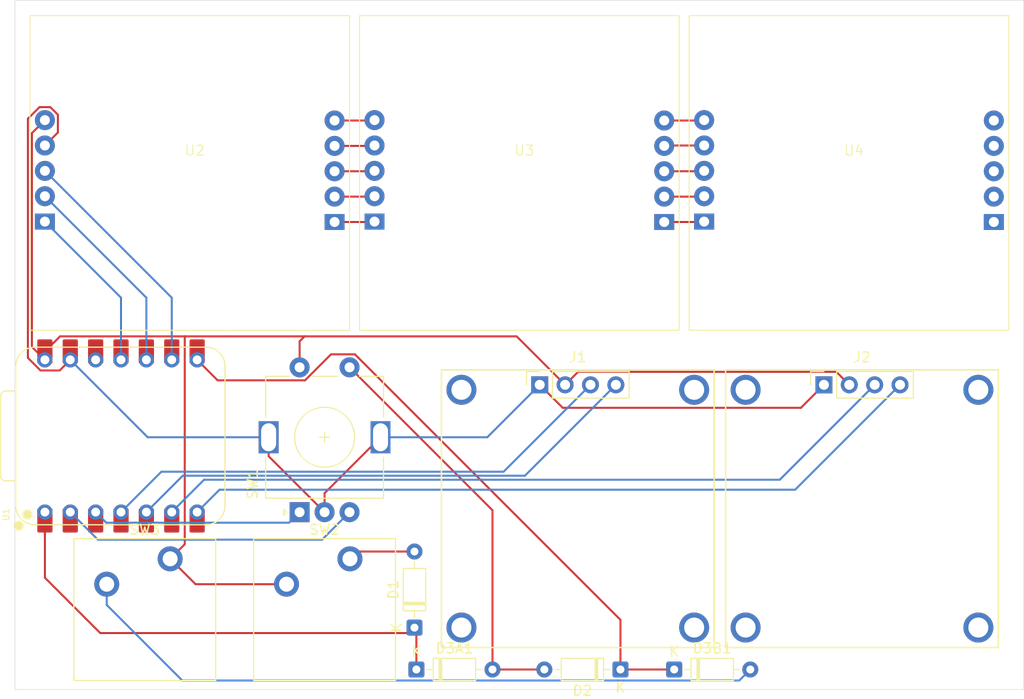
<source format=kicad_pcb>
(kicad_pcb (version 20241229) (generator "pcbnew") (generator_version "9.0")
  (layers (0 "F.Cu" signal) (2 "B.Cu" signal) (13 "F.Paste" user) (15 "B.Paste" user) (5 "F.SilkS" user "F.Silkscreen") (7 "B.SilkS" user "B.Silkscreen") (1 "F.Mask" user) (3 "B.Mask" user) (25 "Edge.Cuts" user))
  (net 0 "")
  (net 1 "GND")
  (net 3 "+5V")
  (net 4 "Net-(D1-A)")
  (net 5 "Net-(D3B1-A)")
  (net 6 "MTRX-1")
  (net 7 "Net-(U2-DOUT)")
  (net 8 "MTRX-2")
  (net 9 "Net-(U3-DOUT)")
  (net 10 "Net-(U2-CLK-Pad9)")
  (net 11 "Net-(U2-CS-Pad10)")
  (net 12 "Net-(U2-VCC-Pad7)")
  (net 13 "Net-(U2-GND-Pad6)")
  (net 17 "SDA-2")
  (net 18 "SCL-2")
  (net 19 "SDA-1")
  (net 20 "SCL-1")
  (net 21 "RE-B")
  (net 22 "SW-1")
  (net 23 "RE-A")
  (net 24 "LED-CS")
  (net 25 "LED-CLK")
  (net 26 "LED-DIN")
  (net 29 "Net-(U3-VCC-Pad7)")
  (net 30 "Net-(U3-CLK-Pad9)")
  (net 31 "Net-(U3-CS-Pad10)")
  (net 32 "Net-(U3-GND-Pad6)")
  (footprint "Rotary_Encoder:RotaryEncoder_Alps_EC11E-Switch_Vertical_H20mm" (layer "F.Cu") (at 128.5 131.25 90)
    (property "Reference" "SW1" (at 2.8 -4.7 90) (layer "F.SilkS"))
    (property "Value" "RotaryEncoder_Switch_MP")
    (fp_line (start 13.6 -3.4) (end 13.6 -1) (stroke (width 0.12)) (layer "F.SilkS"))
    (fp_line (start 9.5 -3.4) (end 13.6 -3.4) (stroke (width 0.12)) (layer "F.SilkS"))
    (fp_line (start 5.5 -3.4) (end 1.4 -3.4) (stroke (width 0.12)) (layer "F.SilkS"))
    (fp_line (start 1.4 -3.4) (end 1.4 8.4) (stroke (width 0.12)) (layer "F.SilkS"))
    (fp_line (start 0.3 -1.6) (end 0 -1.3) (stroke (width 0.12)) (layer "F.SilkS"))
    (fp_line (start -0.3 -1.6) (end 0.3 -1.6) (stroke (width 0.12)) (layer "F.SilkS"))
    (fp_line (start 0 -1.3) (end -0.3 -1.6) (stroke (width 0.12)) (layer "F.SilkS"))
    (fp_line (start 13.6 1.2) (end 13.6 3.8) (stroke (width 0.12)) (layer "F.SilkS"))
    (fp_line (start 7.5 2) (end 7.5 3) (stroke (width 0.12)) (layer "F.SilkS"))
    (fp_line (start 7 2.5) (end 8 2.5) (stroke (width 0.12)) (layer "F.SilkS"))
    (fp_line (start 13.6 6) (end 13.6 8.4) (stroke (width 0.12)) (layer "F.SilkS"))
    (fp_line (start 13.6 8.4) (end 9.5 8.4) (stroke (width 0.12)) (layer "F.SilkS"))
    (fp_line (start 5.5 8.4) (end 1.4 8.4) (stroke (width 0.12)) (layer "F.SilkS"))
    (fp_circle (center 7.5 2.5) (end 10.5 2.5) (stroke (width 0.12)) (fill no) (layer "F.SilkS"))
    (pad "A" thru_hole rect (at 0 0 90) (size 2 2) (drill 1) (layers "*.Cu" "*.Mask") (net 23 "RE-A"))
    (pad "B" thru_hole circle (at 0 5 90) (size 2 2) (drill 1) (layers "*.Cu" "*.Mask") (net 21 "RE-B"))
    (pad "C" thru_hole circle (at 0 2.5 90) (size 2 2) (drill 1) (layers "*.Cu" "*.Mask") (net 1 "GND"))
    (pad "MP" thru_hole rect (at 7.5 -3.1 90) (size 3.2 2) (drill oval 2.8 1.5) (layers "*.Cu" "*.Mask") (net 1 "GND"))
    (pad "MP" thru_hole rect (at 7.5 8.1 90) (size 3.2 2) (drill oval 2.8 1.5) (layers "*.Cu" "*.Mask") (net 1 "GND"))
    (pad "S1" thru_hole circle (at 14.5 5 90) (size 2 2) (drill 1) (layers "*.Cu" "*.Mask") (net 22 "SW-1"))
    (pad "S2" thru_hole circle (at 14.5 0 90) (size 2 2) (drill 1) (layers "*.Cu" "*.Mask") (net 3 "+5V"))
  )
  (footprint "LED_THT:8x8 LED Dot Matrix Display Module" (layer "F.Cu") (at 118 97.04)
    (property "Reference" "U2" (at 0 -2 0) (layer "F.SilkS") (effects (font (thickness 0.1))))
    (property "Value" "1088BS 8x8 LED Dot Matrix")
    (fp_rect (start -16.5 -15.5) (end 15.5 16) (stroke (width 0.1)) (fill no) (layer "F.SilkS"))
    (pad "1" thru_hole circle (at -15 -2.5) (size 2 2) (drill 1) (layers "*.Cu" "*.Mask") (net 1 "GND"))
    (pad "2" thru_hole circle (at -15 -5.04) (size 2 2) (drill 1) (layers "*.Cu" "*.Mask") (net 3 "+5V"))
    (pad "3" thru_hole circle (at -15 0.04) (size 2 2) (drill 1) (layers "*.Cu" "*.Mask") (net 26 "LED-DIN"))
    (pad "4" thru_hole rect (at -15 5.12) (size 2 1.6) (drill 1) (layers "*.Cu" "*.Mask") (net 25 "LED-CLK"))
    (pad "5" thru_hole circle (at -15 2.58) (size 2 2) (drill 1) (layers "*.Cu" "*.Mask") (net 24 "LED-CS"))
    (pad "6" thru_hole circle (at 14 -2.46) (size 2 2) (drill 1) (layers "*.Cu" "*.Mask") (net 13 "Net-(U2-GND-Pad6)"))
    (pad "7" thru_hole circle (at 14 -5) (size 2 2) (drill 1) (layers "*.Cu" "*.Mask") (net 12 "Net-(U2-VCC-Pad7)"))
    (pad "8" thru_hole circle (at 14 0.08) (size 2 2) (drill 1) (layers "*.Cu" "*.Mask") (net 7 "Net-(U2-DOUT)"))
    (pad "9" thru_hole rect (at 14 5.16) (size 2 1.6) (drill 1) (layers "*.Cu" "*.Mask") (net 10 "Net-(U2-CLK-Pad9)"))
    (pad "10" thru_hole circle (at 14 2.62) (size 2 2) (drill 1) (layers "*.Cu" "*.Mask") (net 11 "Net-(U2-CS-Pad10)"))
  )
  (footprint "Diode_THT:D_DO-35_SOD27_P7.62mm_Horizontal" (layer "F.Cu") (at 140 142.81 90)
    (property "Reference" "D1" (at 3.81 -2.12 90) (layer "F.SilkS"))
    (property "Value" "D")
    (fp_line (start 2.53 -1.12) (end 2.53 1.12) (stroke (width 0.12)) (layer "F.SilkS"))
    (fp_line (start 2.41 -1.12) (end 2.41 1.12) (stroke (width 0.12)) (layer "F.SilkS"))
    (fp_line (start 2.29 -1.12) (end 2.29 1.12) (stroke (width 0.12)) (layer "F.SilkS"))
    (fp_line (start 6.58 0) (end 5.93 0) (stroke (width 0.12)) (layer "F.SilkS"))
    (fp_line (start 1.04 0) (end 1.69 0) (stroke (width 0.12)) (layer "F.SilkS"))
    (fp_rect (start 1.69 -1.12) (end 5.93 1.12) (stroke (width 0.12)) (fill no) (layer "F.SilkS"))
    (fp_text user "K" (at 0 -1.8 90) (layer "F.SilkS"))
    (pad "1" thru_hole roundrect (at 0 0 90) (size 1.6 1.6) (drill 0.8) (layers "*.Cu" "*.Mask") (roundrect_rratio 0.15625) (net 6 "MTRX-1"))
    (pad "2" thru_hole circle (at 7.62 0 90) (size 1.6 1.6) (drill 0.8) (layers "*.Cu" "*.Mask") (net 4 "Net-(D1-A)"))
  )
  (footprint "Diode_THT:D_DO-35_SOD27_P7.62mm_Horizontal" (layer "F.Cu") (at 160.62 147 180)
    (property "Reference" "D2" (at 3.81 -2.12 0) (layer "F.SilkS"))
    (property "Value" "D")
    (fp_line (start 6.58 0) (end 5.93 0) (stroke (width 0.12)) (layer "F.SilkS"))
    (fp_line (start 2.53 -1.12) (end 2.53 1.12) (stroke (width 0.12)) (layer "F.SilkS"))
    (fp_line (start 2.41 -1.12) (end 2.41 1.12) (stroke (width 0.12)) (layer "F.SilkS"))
    (fp_line (start 2.29 -1.12) (end 2.29 1.12) (stroke (width 0.12)) (layer "F.SilkS"))
    (fp_line (start 1.04 0) (end 1.69 0) (stroke (width 0.12)) (layer "F.SilkS"))
    (fp_rect (start 1.69 -1.12) (end 5.93 1.12) (stroke (width 0.12)) (fill no) (layer "F.SilkS"))
    (fp_text user "K" (at 0 -1.8 0) (layer "F.SilkS"))
    (pad "1" thru_hole roundrect (at 0 0 180) (size 1.6 1.6) (drill 0.8) (layers "*.Cu" "*.Mask") (roundrect_rratio 0.15625) (net 8 "MTRX-2"))
    (pad "2" thru_hole circle (at 7.62 0 180) (size 1.6 1.6) (drill 0.8) (layers "*.Cu" "*.Mask") (net 22 "SW-1"))
  )
  (footprint "PCM_Switch_Keyboard_Cherry_MX:SW_Cherry_MX_PCB" (layer "F.Cu") (at 131 141)
    (property "Reference" "SW2" (at 0 -8 0) (layer "F.SilkS"))
    (property "Value" "SW_Push")
    (fp_line (start -7.1 -7.1) (end -7.1 7.1) (stroke (width 0.12)) (layer "F.SilkS"))
    (fp_line (start -7.1 7.1) (end 7.1 7.1) (stroke (width 0.12)) (layer "F.SilkS"))
    (fp_line (start 7.1 -7.1) (end -7.1 -7.1) (stroke (width 0.12)) (layer "F.SilkS"))
    (fp_line (start 7.1 7.1) (end 7.1 -7.1) (stroke (width 0.12)) (layer "F.SilkS"))
    (pad "" np_thru_hole circle (at -5.08 0) (size 1.75 1.75) (drill 1.75) (layers "*.Cu" "*.Mask"))
    (pad "" np_thru_hole circle (at 0 0) (size 4 4) (drill 4) (layers "*.Cu" "*.Mask"))
    (pad "" np_thru_hole circle (at 5.08 0) (size 1.75 1.75) (drill 1.75) (layers "*.Cu" "*.Mask"))
    (pad "1" thru_hole circle (at -3.81 -2.54) (size 2.5 2.5) (drill 1.5) (layers "*.Cu" "*.Mask") (net 3 "+5V"))
    (pad "2" thru_hole circle (at 2.54 -5.08) (size 2.5 2.5) (drill 1.5) (layers "*.Cu" "*.Mask") (net 4 "Net-(D1-A)"))
  )
  (footprint "Diode_THT:D_DO-35_SOD27_P7.62mm_Horizontal" (layer "F.Cu") (at 140.19 147)
    (property "Reference" "D3A1" (at 3.81 -2.12 0) (layer "F.SilkS"))
    (property "Value" "D")
    (fp_line (start 1.04 0) (end 1.69 0) (stroke (width 0.12)) (layer "F.SilkS"))
    (fp_line (start 2.29 -1.12) (end 2.29 1.12) (stroke (width 0.12)) (layer "F.SilkS"))
    (fp_line (start 2.41 -1.12) (end 2.41 1.12) (stroke (width 0.12)) (layer "F.SilkS"))
    (fp_line (start 2.53 -1.12) (end 2.53 1.12) (stroke (width 0.12)) (layer "F.SilkS"))
    (fp_line (start 6.58 0) (end 5.93 0) (stroke (width 0.12)) (layer "F.SilkS"))
    (fp_rect (start 1.69 -1.12) (end 5.93 1.12) (stroke (width 0.12)) (fill no) (layer "F.SilkS"))
    (fp_text user "K" (at 0 -1.8 0) (layer "F.SilkS"))
    (pad "1" thru_hole roundrect (at 0 0) (size 1.6 1.6) (drill 0.8) (layers "*.Cu" "*.Mask") (roundrect_rratio 0.15625) (net 6 "MTRX-1"))
    (pad "2" thru_hole circle (at 7.62 0) (size 1.6 1.6) (drill 0.8) (layers "*.Cu" "*.Mask") (net 22 "SW-1"))
  )
  (footprint "LED_THT:8x8 LED Dot Matrix Display Module" (layer "F.Cu") (at 184 97.04)
    (property "Reference" "U4" (at 0 -2 0) (layer "F.SilkS") (effects (font (thickness 0.1))))
    (property "Value" "1088BS 8x8 LED Dot Matrix")
    (fp_rect (start -16.5 -15.5) (end 15.5 16) (stroke (width 0.1)) (fill no) (layer "F.SilkS"))
    (pad "1" thru_hole circle (at -15 -2.5) (size 2 2) (drill 1) (layers "*.Cu" "*.Mask") (net 32 "Net-(U3-GND-Pad6)"))
    (pad "2" thru_hole circle (at -15 -5.04) (size 2 2) (drill 1) (layers "*.Cu" "*.Mask") (net 29 "Net-(U3-VCC-Pad7)"))
    (pad "3" thru_hole circle (at -15 0.04) (size 2 2) (drill 1) (layers "*.Cu" "*.Mask") (net 9 "Net-(U3-DOUT)"))
    (pad "4" thru_hole rect (at -15 5.12) (size 2 1.6) (drill 1) (layers "*.Cu" "*.Mask") (net 30 "Net-(U3-CLK-Pad9)"))
    (pad "5" thru_hole circle (at -15 2.58) (size 2 2) (drill 1) (layers "*.Cu" "*.Mask") (net 31 "Net-(U3-CS-Pad10)"))
    (pad "6" thru_hole circle (at 14 -2.46) (size 2 2) (drill 1) (layers "*.Cu" "*.Mask"))
    (pad "7" thru_hole circle (at 14 -5) (size 2 2) (drill 1) (layers "*.Cu" "*.Mask"))
    (pad "8" thru_hole circle (at 14 0.08) (size 2 2) (drill 1) (layers "*.Cu" "*.Mask"))
    (pad "9" thru_hole rect (at 14 5.16) (size 2 1.6) (drill 1) (layers "*.Cu" "*.Mask"))
    (pad "10" thru_hole circle (at 14 2.62) (size 2 2) (drill 1) (layers "*.Cu" "*.Mask"))
  )
  (footprint "PCM_Switch_Keyboard_Cherry_MX:SW_Cherry_MX_PCB" (layer "F.Cu") (at 113 141)
    (property "Reference" "SW3" (at 0 -8 0) (layer "F.SilkS"))
    (property "Value" "SW_Push")
    (fp_line (start -7.1 -7.1) (end -7.1 7.1) (stroke (width 0.12)) (layer "F.SilkS"))
    (fp_line (start -7.1 7.1) (end 7.1 7.1) (stroke (width 0.12)) (layer "F.SilkS"))
    (fp_line (start 7.1 -7.1) (end -7.1 -7.1) (stroke (width 0.12)) (layer "F.SilkS"))
    (fp_line (start 7.1 7.1) (end 7.1 -7.1) (stroke (width 0.12)) (layer "F.SilkS"))
    (pad "" np_thru_hole circle (at -5.08 0) (size 1.75 1.75) (drill 1.75) (layers "*.Cu" "*.Mask"))
    (pad "" np_thru_hole circle (at 0 0) (size 4 4) (drill 4) (layers "*.Cu" "*.Mask"))
    (pad "" np_thru_hole circle (at 5.08 0) (size 1.75 1.75) (drill 1.75) (layers "*.Cu" "*.Mask"))
    (pad "1" thru_hole circle (at -3.81 -2.54) (size 2.5 2.5) (drill 1.5) (layers "*.Cu" "*.Mask") (net 5 "Net-(D3B1-A)"))
    (pad "2" thru_hole circle (at 2.54 -5.08) (size 2.5 2.5) (drill 1.5) (layers "*.Cu" "*.Mask") (net 3 "+5V"))
  )
  (footprint "Display:OLED_SSD1306_I2C_0.96" (layer "F.Cu") (at 152.54 118.5)
    (property "Reference" "J1" (at 3.81 -2.77 0) (layer "F.SilkS"))
    (property "Value" "Display")
    (fp_line (start -9.84 -1.5) (end -9.84 26.3) (stroke (width 0.15)) (layer "F.SilkS"))
    (fp_line (start -9.84 -1.5) (end 17.46 -1.5) (stroke (width 0.15)) (layer "F.SilkS"))
    (fp_line (start -9.84 26.3) (end 17.46 26.3) (stroke (width 0.15)) (layer "F.SilkS"))
    (fp_line (start -1.33 -1.33) (end 0 -1.33) (stroke (width 0.12)) (layer "F.SilkS"))
    (fp_line (start -1.33 0) (end -1.33 -1.33) (stroke (width 0.12)) (layer "F.SilkS"))
    (fp_line (start 1.27 -1.33) (end 8.95 -1.33) (stroke (width 0.12)) (layer "F.SilkS"))
    (fp_line (start 1.27 1.33) (end 1.27 -1.33) (stroke (width 0.12)) (layer "F.SilkS"))
    (fp_line (start 1.27 1.33) (end 8.95 1.33) (stroke (width 0.12)) (layer "F.SilkS"))
    (fp_line (start 8.95 1.33) (end 8.95 -1.33) (stroke (width 0.12)) (layer "F.SilkS"))
    (fp_line (start 17.46 -1.5) (end 17.46 26.3) (stroke (width 0.15)) (layer "F.SilkS"))
    (pad "" np_thru_hole circle (at -7.84 0.5) (size 3 3) (drill 2) (layers "*.Cu" "*.Mask"))
    (pad "" np_thru_hole circle (at -7.84 24.3) (size 3 3) (drill 2) (layers "*.Cu" "*.Mask"))
    (pad "" np_thru_hole circle (at 15.46 0.5) (size 3 3) (drill 2) (layers "*.Cu" "*.Mask"))
    (pad "" np_thru_hole circle (at 15.46 24.3) (size 3 3) (drill 2) (layers "*.Cu" "*.Mask"))
    (pad "1" thru_hole rect (at 0 0 90) (size 1.7 1.7) (drill 1) (layers "*.Cu" "*.Mask") (net 1 "GND"))
    (pad "2" thru_hole oval (at 2.54 0 90) (size 1.7 1.7) (drill 1) (layers "*.Cu" "*.Mask") (net 3 "+5V"))
    (pad "3" thru_hole oval (at 5.08 0 90) (size 1.7 1.7) (drill 1) (layers "*.Cu" "*.Mask") (net 20 "SCL-1"))
    (pad "4" thru_hole oval (at 7.62 0 90) (size 1.7 1.7) (drill 1) (layers "*.Cu" "*.Mask") (net 19 "SDA-1"))
  )
  (footprint "Diode_THT:D_DO-35_SOD27_P7.62mm_Horizontal" (layer "F.Cu") (at 166 147)
    (property "Reference" "D3B1" (at 3.81 -2.12 0) (layer "F.SilkS"))
    (property "Value" "D")
    (fp_line (start 1.04 0) (end 1.69 0) (stroke (width 0.12)) (layer "F.SilkS"))
    (fp_line (start 2.29 -1.12) (end 2.29 1.12) (stroke (width 0.12)) (layer "F.SilkS"))
    (fp_line (start 2.41 -1.12) (end 2.41 1.12) (stroke (width 0.12)) (layer "F.SilkS"))
    (fp_line (start 2.53 -1.12) (end 2.53 1.12) (stroke (width 0.12)) (layer "F.SilkS"))
    (fp_line (start 6.58 0) (end 5.93 0) (stroke (width 0.12)) (layer "F.SilkS"))
    (fp_rect (start 1.69 -1.12) (end 5.93 1.12) (stroke (width 0.12)) (fill no) (layer "F.SilkS"))
    (fp_text user "K" (at 0 -1.8 0) (layer "F.SilkS"))
    (pad "1" thru_hole roundrect (at 0 0) (size 1.6 1.6) (drill 0.8) (layers "*.Cu" "*.Mask") (roundrect_rratio 0.15625) (net 8 "MTRX-2"))
    (pad "2" thru_hole circle (at 7.62 0) (size 1.6 1.6) (drill 0.8) (layers "*.Cu" "*.Mask") (net 5 "Net-(D3B1-A)"))
  )
  (footprint "LED_THT:8x8 LED Dot Matrix Display Module" (layer "F.Cu") (at 151 97.04)
    (property "Reference" "U3" (at 0 -2 0) (layer "F.SilkS") (effects (font (thickness 0.1))))
    (property "Value" "1088BS 8x8 LED Dot Matrix")
    (fp_rect (start -16.5 -15.5) (end 15.5 16) (stroke (width 0.1)) (fill no) (layer "F.SilkS"))
    (pad "1" thru_hole circle (at -15 -2.5) (size 2 2) (drill 1) (layers "*.Cu" "*.Mask") (net 13 "Net-(U2-GND-Pad6)"))
    (pad "2" thru_hole circle (at -15 -5.04) (size 2 2) (drill 1) (layers "*.Cu" "*.Mask") (net 12 "Net-(U2-VCC-Pad7)"))
    (pad "3" thru_hole circle (at -15 0.04) (size 2 2) (drill 1) (layers "*.Cu" "*.Mask") (net 7 "Net-(U2-DOUT)"))
    (pad "4" thru_hole rect (at -15 5.12) (size 2 1.6) (drill 1) (layers "*.Cu" "*.Mask") (net 10 "Net-(U2-CLK-Pad9)"))
    (pad "5" thru_hole circle (at -15 2.58) (size 2 2) (drill 1) (layers "*.Cu" "*.Mask") (net 11 "Net-(U2-CS-Pad10)"))
    (pad "6" thru_hole circle (at 14 -2.46) (size 2 2) (drill 1) (layers "*.Cu" "*.Mask") (net 32 "Net-(U3-GND-Pad6)"))
    (pad "7" thru_hole circle (at 14 -5) (size 2 2) (drill 1) (layers "*.Cu" "*.Mask") (net 29 "Net-(U3-VCC-Pad7)"))
    (pad "8" thru_hole circle (at 14 0.08) (size 2 2) (drill 1) (layers "*.Cu" "*.Mask") (net 9 "Net-(U3-DOUT)"))
    (pad "9" thru_hole rect (at 14 5.16) (size 2 1.6) (drill 1) (layers "*.Cu" "*.Mask") (net 30 "Net-(U3-CLK-Pad9)"))
    (pad "10" thru_hole circle (at 14 2.62) (size 2 2) (drill 1) (layers "*.Cu" "*.Mask") (net 31 "Net-(U3-CS-Pad10)"))
  )
  (footprint "Display:OLED_SSD1306_I2C_0.96" (layer "F.Cu") (at 180.99 118.5)
    (property "Reference" "J2" (at 3.81 -2.77 0) (layer "F.SilkS"))
    (property "Value" "Dsiplay")
    (fp_line (start -9.84 -1.5) (end -9.84 26.3) (stroke (width 0.15)) (layer "F.SilkS"))
    (fp_line (start -9.84 -1.5) (end 17.46 -1.5) (stroke (width 0.15)) (layer "F.SilkS"))
    (fp_line (start -9.84 26.3) (end 17.46 26.3) (stroke (width 0.15)) (layer "F.SilkS"))
    (fp_line (start -1.33 -1.33) (end 0 -1.33) (stroke (width 0.12)) (layer "F.SilkS"))
    (fp_line (start -1.33 0) (end -1.33 -1.33) (stroke (width 0.12)) (layer "F.SilkS"))
    (fp_line (start 1.27 -1.33) (end 8.95 -1.33) (stroke (width 0.12)) (layer "F.SilkS"))
    (fp_line (start 1.27 1.33) (end 1.27 -1.33) (stroke (width 0.12)) (layer "F.SilkS"))
    (fp_line (start 1.27 1.33) (end 8.95 1.33) (stroke (width 0.12)) (layer "F.SilkS"))
    (fp_line (start 8.95 1.33) (end 8.95 -1.33) (stroke (width 0.12)) (layer "F.SilkS"))
    (fp_line (start 17.46 -1.5) (end 17.46 26.3) (stroke (width 0.15)) (layer "F.SilkS"))
    (pad "" np_thru_hole circle (at -7.84 0.5) (size 3 3) (drill 2) (layers "*.Cu" "*.Mask"))
    (pad "" np_thru_hole circle (at -7.84 24.3) (size 3 3) (drill 2) (layers "*.Cu" "*.Mask"))
    (pad "" np_thru_hole circle (at 15.46 0.5) (size 3 3) (drill 2) (layers "*.Cu" "*.Mask"))
    (pad "" np_thru_hole circle (at 15.46 24.3) (size 3 3) (drill 2) (layers "*.Cu" "*.Mask"))
    (pad "1" thru_hole rect (at 0 0 90) (size 1.7 1.7) (drill 1) (layers "*.Cu" "*.Mask") (net 1 "GND"))
    (pad "2" thru_hole oval (at 2.54 0 90) (size 1.7 1.7) (drill 1) (layers "*.Cu" "*.Mask") (net 3 "+5V"))
    (pad "3" thru_hole oval (at 5.08 0 90) (size 1.7 1.7) (drill 1) (layers "*.Cu" "*.Mask") (net 18 "SCL-2"))
    (pad "4" thru_hole oval (at 7.62 0 90) (size 1.7 1.7) (drill 1) (layers "*.Cu" "*.Mask") (net 17 "SDA-2"))
  )
  (footprint "Seeed Studio XIAO Series Library:XIAO-ESP32C3-DIP" (layer "F.Cu") (at 110.62 123.5 90)
    (property "Reference" "U1" (at -8 -11.5 90) (layer "F.SilkS") (effects (font (size 0.635 0.635) (thickness 0.1016))))
    (property "Value" "XIAO-ESP32-C3-DIP")
    (fp_line (start -4.111272 -12.051) (end 3.884 -12.051) (stroke (width 0.127)) (layer "F.SilkS"))
    (fp_line (start 4.384 -11.551) (end 4.384 -10.541) (stroke (width 0.127)) (layer "F.SilkS"))
    (fp_line (start 6.865 -10.541) (end -7.105 -10.541) (stroke (width 0.1)) (layer "F.SilkS"))
    (fp_line (start 6.865 -10.541) (end -7.105 -10.541) (stroke (width 0.127)) (layer "F.SilkS"))
    (fp_line (start -4.615 -10.541) (end -4.611272 -11.551272) (stroke (width 0.127)) (layer "F.SilkS"))
    (fp_line (start 8.77 8.509) (end 8.77 -8.636) (stroke (width 0.127)) (layer "F.SilkS"))
    (fp_line (start -9.01 8.509) (end -9.01 -8.636) (stroke (width 0.127)) (layer "F.SilkS"))
    (fp_line (start -7.105 10.414) (end 6.865 10.414) (stroke (width 0.127)) (layer "F.SilkS"))
    (fp_arc (start 3.884 -12.051) (mid 4.237553 -11.904553) (end 4.384 -11.551) (stroke (width 0.127)) (layer "F.SilkS"))
    (fp_arc (start -4.611272 -11.551272) (mid -4.464728 -11.90464) (end -4.111272 -12.051) (stroke (width 0.127)) (layer "F.SilkS"))
    (fp_arc (start 6.865 -10.541) (mid 8.212038 -9.983038) (end 8.77 -8.636) (stroke (width 0.127)) (layer "F.SilkS"))
    (fp_arc (start -9.01 -8.636) (mid -8.452038 -9.983038) (end -7.105 -10.541) (stroke (width 0.127)) (layer "F.SilkS"))
    (fp_arc (start 8.77 8.509) (mid 8.212038 9.856038) (end 6.865 10.414) (stroke (width 0.127)) (layer "F.SilkS"))
    (fp_arc (start -7.105 10.414) (mid -8.452038 9.856038) (end -9.01 8.509) (stroke (width 0.127)) (layer "F.SilkS"))
    (fp_circle (center -9.12 -10.25) (end -9.12 -10.504) (stroke (width 0.5)) (fill yes) (layer "F.SilkS"))
    (fp_circle (center -7.977 -9.37) (end -7.977 -9.624) (stroke (width 0.5)) (fill yes) (layer "F.SilkS"))
    (pad "1" smd roundrect (at -8.575 -7.62 270) (size 2.432 1.524) (layers "F.Cu" "F.Mask") (roundrect_rratio 0.1) (net 6 "MTRX-1"))
    (pad "1" thru_hole circle (at -7.74 -7.62 270) (size 1.524 1.524) (drill 0.889) (layers "*.Cu" "*.Mask") (net 6 "MTRX-1"))
    (pad "2" smd roundrect (at -8.575 -5.08 270) (size 2.432 1.524) (layers "F.Cu" "F.Mask") (roundrect_rratio 0.1) (net 21 "RE-B"))
    (pad "2" thru_hole circle (at -7.74 -5.08 270) (size 1.524 1.524) (drill 0.889) (layers "*.Cu" "*.Mask") (net 21 "RE-B"))
    (pad "3" smd roundrect (at -8.575 -2.54 270) (size 2.432 1.524) (layers "F.Cu" "F.Mask") (roundrect_rratio 0.1) (net 23 "RE-A"))
    (pad "3" thru_hole circle (at -7.74 -2.54 270) (size 1.524 1.524) (drill 0.889) (layers "*.Cu" "*.Mask") (net 23 "RE-A"))
    (pad "4" smd roundrect (at -8.575 0 270) (size 2.432 1.524) (layers "F.Cu" "F.Mask") (roundrect_rratio 0.1) (net 20 "SCL-1"))
    (pad "4" thru_hole circle (at -7.74 0 270) (size 1.524 1.524) (drill 0.889) (layers "*.Cu" "*.Mask") (net 20 "SCL-1"))
    (pad "5" smd roundrect (at -8.575 2.54 270) (size 2.432 1.524) (layers "F.Cu" "F.Mask") (roundrect_rratio 0.1) (net 19 "SDA-1"))
    (pad "5" thru_hole circle (at -7.74 2.54 270) (size 1.524 1.524) (drill 0.889) (layers "*.Cu" "*.Mask") (net 19 "SDA-1"))
    (pad "6" smd roundrect (at -8.575 5.08 270) (size 2.432 1.524) (layers "F.Cu" "F.Mask") (roundrect_rratio 0.1) (net 18 "SCL-2"))
    (pad "6" thru_hole circle (at -7.74 5.08 270) (size 1.524 1.524) (drill 0.889) (layers "*.Cu" "*.Mask") (net 18 "SCL-2"))
    (pad "7" smd roundrect (at -8.575 7.62 270) (size 2.432 1.524) (layers "F.Cu" "F.Mask") (roundrect_rratio 0.1) (net 17 "SDA-2"))
    (pad "7" thru_hole circle (at -7.74 7.62 270) (size 1.524 1.524) (drill 0.889) (layers "*.Cu" "*.Mask") (net 17 "SDA-2"))
    (pad "8" thru_hole circle (at 7.5 7.62 90) (size 1.524 1.524) (drill 0.889) (layers "*.Cu" "*.Mask") (net 8 "MTRX-2"))
    (pad "8" smd roundrect (at 8.335 7.62 90) (size 2.432 1.524) (layers "F.Cu" "F.Mask") (roundrect_rratio 0.1) (net 8 "MTRX-2"))
    (pad "9" thru_hole circle (at 7.5 5.08 90) (size 1.524 1.524) (drill 0.889) (layers "*.Cu" "*.Mask") (net 26 "LED-DIN"))
    (pad "9" smd roundrect (at 8.335 5.08 90) (size 2.432 1.524) (layers "F.Cu" "F.Mask") (roundrect_rratio 0.1) (net 26 "LED-DIN"))
    (pad "10" thru_hole circle (at 7.5 2.54 90) (size 1.524 1.524) (drill 0.889) (layers "*.Cu" "*.Mask") (net 24 "LED-CS"))
    (pad "10" smd roundrect (at 8.335 2.54 90) (size 2.432 1.524) (layers "F.Cu" "F.Mask") (roundrect_rratio 0.1) (net 24 "LED-CS"))
    (pad "11" thru_hole circle (at 7.5 0 90) (size 1.524 1.524) (drill 0.889) (layers "*.Cu" "*.Mask") (net 25 "LED-CLK"))
    (pad "11" smd roundrect (at 8.335 0 90) (size 2.432 1.524) (layers "F.Cu" "F.Mask") (roundrect_rratio 0.1) (net 25 "LED-CLK"))
    (pad "12" thru_hole circle (at 7.5 -2.54 90) (size 1.524 1.524) (drill 0.889) (layers "*.Cu" "*.Mask"))
    (pad "12" smd roundrect (at 8.335 -2.54 90) (size 2.432 1.524) (layers "F.Cu" "F.Mask") (roundrect_rratio 0.1))
    (pad "13" thru_hole circle (at 7.5 -5.08 90) (size 1.524 1.524) (drill 0.889) (layers "*.Cu" "*.Mask") (net 1 "GND"))
    (pad "13" smd roundrect (at 8.335 -5.08 90) (size 2.432 1.524) (layers "F.Cu" "F.Mask") (roundrect_rratio 0.1) (net 1 "GND"))
    (pad "14" thru_hole circle (at 7.5 -7.62 90) (size 1.524 1.524) (drill 0.889) (layers "*.Cu" "*.Mask") (net 3 "+5V"))
    (pad "14" smd roundrect (at 8.335 -7.62 90) (size 2.432 1.524) (layers "F.Cu" "F.Mask") (roundrect_rratio 0.1) (net 3 "+5V"))
  )
  (gr_rect (start 100 80) (end 201 149) (stroke (width 0.05)) (fill no) (layer "Edge.Cuts"))
  (segment (start 104.301 91.461108) (end 103.538892 90.699) (width 0.2) (layer "F.Cu") (net 1))
  (segment (start 178.689 120.801) (end 180.99 118.5) (width 0.2) (layer "F.Cu") (net 1))
  (segment (start 131 131.25) (end 131 129.35) (width 0.2) (layer "F.Cu") (net 1))
  (segment (start 103.538892 90.699) (end 102.461108 90.699) (width 0.2) (layer "F.Cu") (net 1))
  (segment (start 103 94.54) (end 104.301 93.239) (width 0.2) (layer "F.Cu") (net 1))
  (segment (start 152.54 118.5) (end 154.841 120.801) (width 0.2) (layer "F.Cu") (net 1))
  (segment (start 104.477 117.063) (end 105.54 116) (width 0.2) (layer "F.Cu") (net 1))
  (segment (start 131 129.35) (end 136.6 123.75) (width 0.2) (layer "F.Cu") (net 1))
  (segment (start 101.298 91.862108) (end 101.298 115.80131) (width 0.2) (layer "F.Cu") (net 1))
  (segment (start 101.298 115.80131) (end 102.55969 117.063) (width 0.2) (layer "F.Cu") (net 1))
  (segment (start 102.461108 90.699) (end 101.298 91.862108) (width 0.2) (layer "F.Cu") (net 1))
  (segment (start 104.301 93.239) (end 104.301 91.461108) (width 0.2) (layer "F.Cu") (net 1))
  (segment (start 131 131.25) (end 125.4 125.65) (width 0.2) (layer "F.Cu") (net 1))
  (segment (start 102.55969 117.063) (end 104.477 117.063) (width 0.2) (layer "F.Cu") (net 1))
  (segment (start 154.841 120.801) (end 178.689 120.801) (width 0.2) (layer "F.Cu") (net 1))
  (segment (start 125.4 125.65) (end 125.4 123.75) (width 0.2) (layer "F.Cu") (net 1))
  (segment (start 113.29 123.75) (end 105.54 116) (width 0.2) (layer "B.Cu") (net 1))
  (segment (start 125.4 123.75) (end 113.29 123.75) (width 0.2) (layer "B.Cu") (net 1))
  (segment (start 147.29 123.75) (end 136.6 123.75) (width 0.2) (layer "B.Cu") (net 1))
  (segment (start 152.54 118.5) (end 147.29 123.75) (width 0.2) (layer "B.Cu") (net 1))
  (segment (start 117 134.46) (end 117 113.648) (width 0.2) (layer "F.Cu") (net 3))
  (segment (start 129 113.648) (end 121 113.648) (width 0.2) (layer "F.Cu") (net 3))
  (segment (start 150.228 113.648) (end 129 113.648) (width 0.2) (layer "F.Cu") (net 3))
  (segment (start 156.381 117.199) (end 182.229 117.199) (width 0.2) (layer "F.Cu") (net 3))
  (segment (start 115.54 135.92) (end 117 134.46) (width 0.2) (layer "F.Cu") (net 3))
  (segment (start 155.08 118.5) (end 150.228 113.648) (width 0.2) (layer "F.Cu") (net 3))
  (segment (start 101.699 93.301) (end 103 92) (width 0.2) (layer "F.Cu") (net 3))
  (segment (start 117 113.648) (end 104.517 113.648) (width 0.2) (layer "F.Cu") (net 3))
  (segment (start 101.699 114.699) (end 101.699 93.301) (width 0.2) (layer "F.Cu") (net 3))
  (segment (start 127.19 138.46) (end 118.08 138.46) (width 0.2) (layer "F.Cu") (net 3))
  (segment (start 121 113.648) (end 117 113.648) (width 0.2) (layer "F.Cu") (net 3))
  (segment (start 114.755184 135.92) (end 115.54 135.92) (width 0.2) (layer "F.Cu") (net 3))
  (segment (start 103 116) (end 101.699 114.699) (width 0.2) (layer "F.Cu") (net 3))
  (segment (start 128.5 114.148) (end 129 113.648) (width 0.2) (layer "F.Cu") (net 3))
  (segment (start 104.517 113.648) (end 103 115.165) (width 0.2) (layer "F.Cu") (net 3))
  (segment (start 118.08 138.46) (end 115.54 135.92) (width 0.2) (layer "F.Cu") (net 3))
  (segment (start 128.5 116.75) (end 128.5 114.148) (width 0.2) (layer "F.Cu") (net 3))
  (segment (start 182.229 117.199) (end 183.53 118.5) (width 0.2) (layer "F.Cu") (net 3))
  (segment (start 155.08 118.5) (end 156.381 117.199) (width 0.2) (layer "F.Cu") (net 3))
  (segment (start 134.27 135.19) (end 133.54 135.92) (width 0.2) (layer "F.Cu") (net 4))
  (segment (start 140 135.19) (end 134.27 135.19) (width 0.2) (layer "F.Cu") (net 4))
  (segment (start 109.19 140.536174) (end 109.19 138.46) (width 0.2) (layer "B.Cu") (net 5))
  (segment (start 116.754826 148.101) (end 109.19 140.536174) (width 0.2) (layer "B.Cu") (net 5))
  (segment (start 172.519 148.101) (end 116.754826 148.101) (width 0.2) (layer "B.Cu") (net 5))
  (segment (start 173.62 147) (end 172.519 148.101) (width 0.2) (layer "B.Cu") (net 5))
  (segment (start 139.459 143.351) (end 140 142.81) (width 0.2) (layer "F.Cu") (net 6))
  (segment (start 140.19 147) (end 140.19 143) (width 0.2) (layer "F.Cu") (net 6))
  (segment (start 103 137.813826) (end 108.537174 143.351) (width 0.2) (layer "F.Cu") (net 6))
  (segment (start 108.537174 143.351) (end 139.459 143.351) (width 0.2) (layer "F.Cu") (net 6))
  (segment (start 103 131.24) (end 103 137.813826) (width 0.2) (layer "F.Cu") (net 6))
  (segment (start 140.19 143) (end 140 142.81) (width 0.2) (layer "F.Cu") (net 6))
  (segment (start 135.96 97.12) (end 136 97.08) (width 0.2) (layer "F.Cu") (net 7))
  (segment (start 132 97.12) (end 135.96 97.12) (width 0.2) (layer "F.Cu") (net 7))
  (segment (start 166 147) (end 160.62 147) (width 0.2) (layer "F.Cu") (net 8))
  (segment (start 160.62 142.030108) (end 134.038892 115.449) (width 0.2) (layer "F.Cu") (net 8))
  (segment (start 129.038892 118.051) (end 120.291 118.051) (width 0.2) (layer "F.Cu") (net 8))
  (segment (start 120.291 118.051) (end 118.24 116) (width 0.2) (layer "F.Cu") (net 8))
  (segment (start 160.62 147) (end 160.62 142.030108) (width 0.2) (layer "F.Cu") (net 8))
  (segment (start 131.640892 115.449) (end 129.038892 118.051) (width 0.2) (layer "F.Cu") (net 8))
  (segment (start 134.038892 115.449) (end 131.640892 115.449) (width 0.2) (layer "F.Cu") (net 8))
  (segment (start 118.791 115.449) (end 118.24 116) (width 0.2) (layer "B.Cu") (net 8))
  (segment (start 168.96 97.12) (end 169 97.08) (width 0.2) (layer "F.Cu") (net 9))
  (segment (start 165 97.12) (end 168.96 97.12) (width 0.2) (layer "F.Cu") (net 9))
  (segment (start 132 102.2) (end 135.96 102.2) (width 0.2) (layer "F.Cu") (net 10))
  (segment (start 135.96 102.2) (end 136 102.16) (width 0.2) (layer "F.Cu") (net 10))
  (segment (start 135.96 99.66) (end 136 99.62) (width 0.2) (layer "F.Cu") (net 11))
  (segment (start 132 99.66) (end 135.96 99.66) (width 0.2) (layer "F.Cu") (net 11))
  (segment (start 132 92.04) (end 135.96 92.04) (width 0.2) (layer "F.Cu") (net 12))
  (segment (start 135.96 92.04) (end 136 92) (width 0.2) (layer "F.Cu") (net 12))
  (segment (start 132 94.58) (end 135.96 94.58) (width 0.2) (layer "F.Cu") (net 13))
  (segment (start 135.96 94.58) (end 136 94.54) (width 0.2) (layer "F.Cu") (net 13))
  (segment (start 178.11 129) (end 188.61 118.5) (width 0.2) (layer "B.Cu") (net 17))
  (segment (start 120.48 129) (end 178.11 129) (width 0.2) (layer "B.Cu") (net 17))
  (segment (start 118.24 131.24) (end 120.48 129) (width 0.2) (layer "B.Cu") (net 17))
  (segment (start 176.57 128) (end 186.07 118.5) (width 0.2) (layer "B.Cu") (net 18))
  (segment (start 118.94 128) (end 176.57 128) (width 0.2) (layer "B.Cu") (net 18))
  (segment (start 115.7 131.24) (end 118.94 128) (width 0.2) (layer "B.Cu") (net 18))
  (segment (start 116.801 127.599) (end 113.16 131.24) (width 0.2) (layer "B.Cu") (net 19))
  (segment (start 160.16 118.5) (end 151.061 127.599) (width 0.2) (layer "B.Cu") (net 19))
  (segment (start 151.061 127.599) (end 116.801 127.599) (width 0.2) (layer "B.Cu") (net 19))
  (segment (start 114.662 127.198) (end 110.62 131.24) (width 0.2) (layer "B.Cu") (net 20))
  (segment (start 148.922 127.198) (end 114.662 127.198) (width 0.2) (layer "B.Cu") (net 20))
  (segment (start 157.62 118.5) (end 148.922 127.198) (width 0.2) (layer "B.Cu") (net 20))
  (segment (start 105.54 131.24) (end 108.3 134) (width 0.2) (layer "B.Cu") (net 21))
  (segment (start 130.75 134) (end 133.5 131.25) (width 0.2) (layer "B.Cu") (net 21))
  (segment (start 108.3 134) (end 130.75 134) (width 0.2) (layer "B.Cu") (net 21))
  (segment (start 147.81 147) (end 147.81 131.06) (width 0.2) (layer "F.Cu") (net 22))
  (segment (start 153 147) (end 147.81 147) (width 0.2) (layer "F.Cu") (net 22))
  (segment (start 147.81 131.06) (end 133.5 116.75) (width 0.2) (layer "F.Cu") (net 22))
  (segment (start 109.143 132.303) (end 127.447 132.303) (width 0.2) (layer "B.Cu") (net 23))
  (segment (start 127.447 132.303) (end 128.5 131.25) (width 0.2) (layer "B.Cu") (net 23))
  (segment (start 108.08 131.24) (end 109.143 132.303) (width 0.2) (layer "B.Cu") (net 23))
  (segment (start 113.16 116) (end 113.16 109.78) (width 0.2) (layer "B.Cu") (net 24))
  (segment (start 113.16 109.78) (end 103 99.62) (width 0.2) (layer "B.Cu") (net 24))
  (segment (start 110.62 116) (end 110.62 109.78) (width 0.2) (layer "B.Cu") (net 25))
  (segment (start 110.62 109.78) (end 103 102.16) (width 0.2) (layer "B.Cu") (net 25))
  (segment (start 115.7 109.78) (end 103 97.08) (width 0.2) (layer "B.Cu") (net 26))
  (segment (start 115.7 116) (end 115.7 109.78) (width 0.2) (layer "B.Cu") (net 26))
  (segment (start 168.96 92.04) (end 169 92) (width 0.2) (layer "F.Cu") (net 29))
  (segment (start 165 92.04) (end 168.96 92.04) (width 0.2) (layer "F.Cu") (net 29))
  (segment (start 165 102.2) (end 168.96 102.2) (width 0.2) (layer "F.Cu") (net 30))
  (segment (start 168.96 102.2) (end 169 102.16) (width 0.2) (layer "F.Cu") (net 30))
  (segment (start 168.96 99.66) (end 169 99.62) (width 0.2) (layer "F.Cu") (net 31))
  (segment (start 165 99.66) (end 168.96 99.66) (width 0.2) (layer "F.Cu") (net 31))
  (segment (start 169 94.54) (end 165.04 94.54) (width 0.2) (layer "F.Cu") (net 32))
  (segment (start 168.96 94.58) (end 169 94.54) (width 0.2) (layer "F.Cu") (net 32))
  (segment (start 165.04 94.54) (end 165 94.58) (width 0.2) (layer "F.Cu") (net 32))
)
</source>
